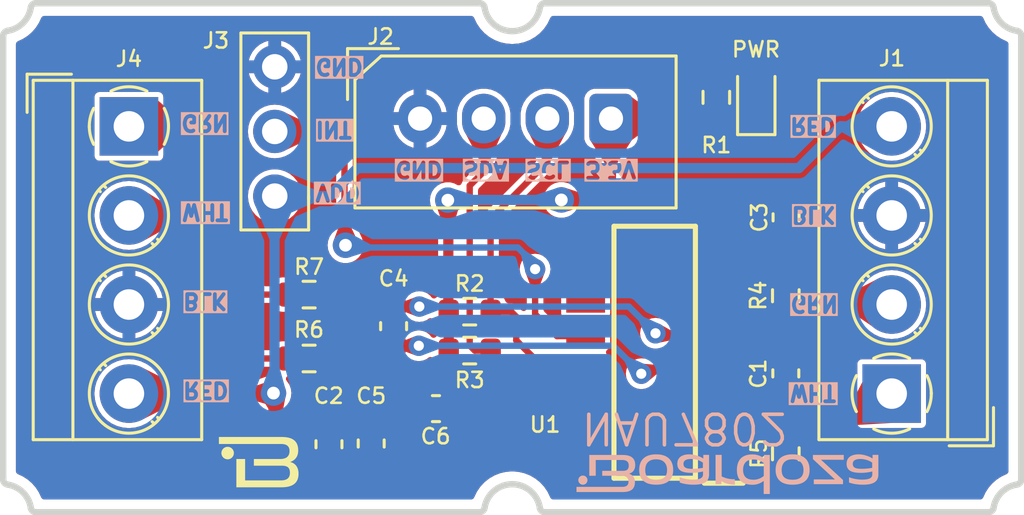
<source format=kicad_pcb>
(kicad_pcb (version 20240108) (generator "pcbnew") (generator_version "8.0")
  (layers (0 "F.Cu" signal) (31 "B.Cu" signal) (34 "B.Paste" user) (35 "F.Paste" user) (36 "B.SilkS" user "B.Silkscreen") (37 "F.SilkS" user "F.Silkscreen") (38 "B.Mask" user) (39 "F.Mask" user) (44 "Edge.Cuts" user))
  (net 0 "")
  (net 3 "GND")
  (net 4 "Net-(U1-VBG)")
  (net 5 "+3.3V")
  (net 6 "SCL")
  (net 7 "SDA")
  (net 8 "VDDA")
  (net 9 "INT")
  (net 10 "Net-(U1-VIN1P)")
  (net 11 "Net-(U1-VIN1N)")
  (net 12 "B+")
  (net 13 "B-")
  (net 14 "Net-(LED1-A)")
  (net 15 "A-")
  (net 16 "A+")
  (net 17 "Net-(U1-VIN2P)")
  (net 18 "Net-(U1-VIN2N)")
  (footprint "TerminalBlock_MetzConnect:TerminalBlock_MetzConnect_Type059_RT06304HBWC_1x04_P3.50mm_Horizontal" (layer "F.Cu") (at 163.04 67.69 -90)
    (property "Reference" "J4")
    (property "Value" "Screw_Terminal_01x04" (hide yes))
  )
  (footprint "Capacitor_SMD:C_0603_1608Metric" (layer "F.Cu") (at 175.105 78.78 180)
    (property "Reference" "C6")
    (property "Value" "100nF" (hide yes))
  )
  (footprint "Resistor_SMD:R_0603_1608Metric" (layer "F.Cu") (at 176.43 74.97)
    (property "Reference" "R2")
    (property "Value" "10K" (hide yes))
  )
  (footprint "Capacitor_SMD:C_0603_1608Metric" (layer "F.Cu") (at 170.9 80.18 -90)
    (property "Reference" "C2")
    (property "Value" "100nF" (hide yes))
  )
  (footprint "NAU7802SGI:SOIC127P600X175-16N" (layer "F.Cu") (at 183.698 76.565 180)
    (property "Reference" "U1")
    (property "Value" "NAU7802SGI" (hide yes))
  )
  (footprint "Resistor_SMD:R_0603_1608Metric" (layer "F.Cu") (at 170.12 74.3)
    (property "Reference" "R7")
    (property "Value" "47R" (hide yes))
  )
  (footprint "Capacitor_SMD:C_0603_1608Metric" (layer "F.Cu") (at 188.86 71.265 90)
    (property "Reference" "C3")
    (property "Value" "100nF" (hide yes))
  )
  (footprint "LED_SMD:LED_0603_1608Metric" (layer "F.Cu") (at 187.69 66.53 90)
    (property "Reference" "LED1" (hide yes))
    (property "Value" "RedPower" (hide yes))
  )
  (footprint "TerminalBlock_MetzConnect:TerminalBlock_MetzConnect_Type059_RT06304HBWC_1x04_P3.50mm_Horizontal" (layer "F.Cu") (at 193.01 78.19 90)
    (property "Reference" "J1")
    (property "Value" "Screw_Terminal_01x04" (hide yes))
  )
  (footprint "Resistor_SMD:R_0603_1608Metric" (layer "F.Cu") (at 186.12 66.55 -90)
    (property "Reference" "R1")
    (property "Value" "10k" (hide yes))
  )
  (footprint "Capacitor_SMD:C_0603_1608Metric" (layer "F.Cu") (at 188.85 77.395 90)
    (property "Reference" "C1")
    (property "Value" "100nF" (hide yes))
  )
  (footprint "Resistor_SMD:R_0603_1608Metric" (layer "F.Cu") (at 188.85 80.555 90)
    (property "Reference" "R5")
    (property "Value" "47R" (hide yes))
  )
  (footprint "Resistor_SMD:R_0603_1608Metric" (layer "F.Cu") (at 176.43 76.5)
    (property "Reference" "R3")
    (property "Value" "10K" (hide yes))
  )
  (footprint "Capacitor_SMD:C_0603_1608Metric" (layer "F.Cu") (at 172.56 80.15 -90)
    (property "Reference" "C5")
    (property "Value" "100nF" (hide yes))
  )
  (footprint "Connector_PinHeader_2.54mm:PinHeader_1x03_P2.54mm_Vertical" (layer "F.Cu") (at 168.77 70.43 180)
    (property "Reference" "J3")
    (property "Value" "Conn_01x03" (hide yes))
  )
  (footprint "ConnectorsBoardoza:2317-04S_1x04_P2.50mm_Vertical" (layer "F.Cu") (at 174.48 67.385)
    (property "Reference" "J2")
    (property "Value" "Conn_01x04" (hide yes))
  )
  (footprint "Resistor_SMD:R_0603_1608Metric" (layer "F.Cu") (at 188.85 74.345 -90)
    (property "Reference" "R4")
    (property "Value" "47R" (hide yes))
  )
  (footprint "Resistor_SMD:R_0603_1608Metric" (layer "F.Cu") (at 170.12 76.81)
    (property "Reference" "R6")
    (property "Value" "47R" (hide yes))
  )
  (footprint "Capacitor_SMD:C_0603_1608Metric" (layer "F.Cu") (at 173.44 75.54 90)
    (property "Reference" "C4")
    (property "Value" "100nF" (hide yes))
  )
  (gr_poly (pts (xy 191.09775 81.58425) (xy 190.232562 80.787854) (xy 191.126854 80.790501) (xy 191.126854 80.6) (xy 189.915062 80.6) (xy 189.915062 80.764042) (xy 190.777604 81.563084) (xy 189.949458 81.560438) (xy 189.949458 81.748291) (xy 191.09775 81.748291)) (fill solid) (layer "B.SilkS"))
  (gr_poly (pts (xy 186.848541 81.555146) (xy 186.80211 81.554507) (xy 186.757999 81.552644) (xy 186.716114 81.549634) (xy 186.676356 81.545554) (xy 186.638629 81.540482) (xy 186.602836 81.534496) (xy 186.56888 81.527672) (xy 186.536664 81.520088) (xy 186.506092 81.511823) (xy 186.477066 81.502953) (xy 186.44949 81.493555) (xy 186.423266 81.483708) (xy 186.398298 81.473489) (xy 186.374488 81.462976) (xy 186.351741 81.452245) (xy 186.329959 81.441375) (xy 186.329959 80.597354) (xy 186.089188 80.597354) (xy 186.089188 81.748291) (xy 186.31673 81.748291) (xy 186.319375 81.745646) (xy 186.319375 81.629229) (xy 186.344038 81.643855) (xy 186.36946 81.65793) (xy 186.395719 81.671401) (xy 186.422893 81.684213) (xy 186.45106 81.696312) (xy 186.480296 81.707643) (xy 186.510679 81.718153) (xy 186.542287 81.727786) (xy 186.575197 81.73649) (xy 186.609487 81.744209) (xy 186.645234 81.750889) (xy 186.682516 81.756477) (xy 186.72141 81.760917) (xy 186.761994 81.764156) (xy 186.804345 81.766139) (xy 186.848541 81.766812)) (fill solid) (layer "B.SilkS"))
  (gr_poly (pts (xy 188.221729 80.6) (xy 187.994189 80.6) (xy 187.994189 80.734938) (xy 187.973671 80.718796) (xy 187.95184 80.703162) (xy 187.928745 80.688109) (xy 187.904437 80.673711) (xy 187.878966 80.660042) (xy 187.852383 80.647175) (xy 187.824738 80.635185) (xy 187.796082 80.624143) (xy 187.766464 80.614125) (xy 187.735935 80.605204) (xy 187.704546 80.597453) (xy 187.672347 80.590946) (xy 187.639389 80.585757) (xy 187.605721 80.58196) (xy 187.571394 80.579627) (xy 187.536459 80.578833) (xy 187.499796 80.579453) (xy 187.464222 80.581309) (xy 187.429743 80.584399) (xy 187.396364 80.588719) (xy 187.36409 80.594266) (xy 187.332925 80.601036) (xy 187.302874 80.609025) (xy 187.273943 80.618231) (xy 187.246135 80.628651) (xy 187.219456 80.64028) (xy 187.193911 80.653115) (xy 187.169505 80.667153) (xy 187.146241 80.682391) (xy 187.124126 80.698825) (xy 187.103164 80.716452) (xy 187.08336 80.735268) (xy 187.064719 80.75527) (xy 187.047245 80.776455) (xy 187.030943 80.798819) (xy 187.015819 80.822358) (xy 187.001877 80.84707) (xy 186.989122 80.872951) (xy 186.977558 80.899998) (xy 186.967192 80.928207) (xy 186.958026 80.957575) (xy 186.950067 80.988098) (xy 186.94332 81.019774) (xy 186.937788 81.052597) (xy 186.933477 81.086567) (xy 186.930392 81.121678) (xy 186.928537 81.157928) (xy 186.928049 81.187375) (xy 187.171334 81.187375) (xy 187.17283 81.140911) (xy 187.177349 81.096828) (xy 187.180756 81.075705) (xy 187.184937 81.055209) (xy 187.189897 81.03535) (xy 187.195642 81.01614) (xy 187.202178 80.997589) (xy 187.209509 80.979707) (xy 187.217644 80.962505) (xy 187.226586 80.945995) (xy 187.236342 80.930185) (xy 187.246918 80.915088) (xy 187.258319 80.900714) (xy 187.270552 80.887073) (xy 187.283622 80.874177) (xy 187.297535 80.862035) (xy 187.312297 80.850658) (xy 187.327913 80.840058) (xy 187.34439 80.830244) (xy 187.361733 80.821228) (xy 187.379948 80.81302) (xy 187.399041 80.805631) (xy 187.419017 80.799071) (xy 187.439883 80.793352) (xy 187.461644 80.788483) (xy 187.484307 80.784475) (xy 187.507876 80.781339) (xy 187.532358 80.779086) (xy 187.557759 80.777727) (xy 187.584084 80.777271) (xy 187.612784 80.777946) (xy 187.64129 80.779938) (xy 187.669533 80.783201) (xy 187.697442 80.787689) (xy 187.724948 80.793355) (xy 187.751981 80.800153) (xy 187.778472 80.808037) (xy 187.80435 80.816959) (xy 187.829546 80.826873) (xy 187.85399 80.837733) (xy 187.877613 80.849492) (xy 187.900344 80.862103) (xy 187.922114 80.875521) (xy 187.942853 80.889698) (xy 187.962491 80.904589) (xy 187.980959 80.920146) (xy 187.983605 80.920146) (xy 187.983605 81.4255) (xy 187.962432 81.44286) (xy 187.9406 81.459213) (xy 187.918132 81.474543) (xy 187.895052 81.488834) (xy 187.871383 81.502071) (xy 187.847148 81.514238) (xy 187.822371 81.52532) (xy 187.797074 81.535302) (xy 187.771281 81.544167) (xy 187.745015 81.5519) (xy 187.7183 81.558486) (xy 187.691158 81.563909) (xy 187.663613 81.568155) (xy 187.635689 81.571206) (xy 187.607407 81.573048) (xy 187.578793 81.573666) (xy 187.532795 81.572351) (xy 187.489118 81.568354) (xy 187.468179 81.565325) (xy 187.447853 81.561597) (xy 187.428152 81.55716) (xy 187.409087 81.552003) (xy 187.390669 81.546118) (xy 187.37291 81.539495) (xy 187.35582 81.532124) (xy 187.339411 81.523995) (xy 187.323694 81.515098) (xy 187.30868 81.505425) (xy 187.29438 81.494965) (xy 187.280805 81.483708) (xy 187.267966 81.471645) (xy 187.255876 81.458766) (xy 187.244543 81.445062) (xy 187.233981 81.430523) (xy 187.224199 81.415138) (xy 187.21521 81.398899) (xy 187.207024 81.381796) (xy 187.199652 81.363819) (xy 187.193106 81.344958) (xy 187.187396 81.325204) (xy 187.182535 81.304546) (xy 187.178532 81.282976) (xy 187.175399 81.260484) (xy 187.173148 81.237059) (xy 187.171789 81.212693) (xy 187.171334 81.187375) (xy 186.928049 81.187375) (xy 186.927918 81.195312) (xy 186.928612 81.232583) (xy 186.930682 81.268501) (xy 186.934109 81.303077) (xy 186.938873 81.336322) (xy 186.944955 81.368247) (xy 186.952335 81.398864) (xy 186.960994 81.428183) (xy 186.970912 81.456216) (xy 186.982071 81.482974) (xy 186.994451 81.508468) (xy 187.008032 81.53271) (xy 187.022795 81.555709) (xy 187.038721 81.577478) (xy 187.055791 81.598028) (xy 187.073984 81.617369) (xy 187.093282 81.635513) (xy 187.113665 81.652471) (xy 187.135114 81.668255) (xy 187.157609 81.682874) (xy 187.181132 81.696341) (xy 187.205662 81.708667) (xy 187.23118 81.719863) (xy 187.257668 81.729939) (xy 187.285105 81.738907) (xy 187.313472 81.746779) (xy 187.34275 81.753565) (xy 187.403961 81.763924) (xy 187.468582 81.770074) (xy 187.536459 81.772104) (xy 187.571217 81.77134) (xy 187.605044 81.769091) (xy 187.637941 81.765424) (xy 187.669908 81.760405) (xy 187.700945 81.754098) (xy 187.731052 81.746571) (xy 187.760228 81.737888) (xy 187.788475 81.728117) (xy 187.815791 81.717323) (xy 187.842177 81.705571) (xy 187.867633 81.692927) (xy 187.892158 81.679458) (xy 187.915754 81.66523) (xy 187.938419 81.650308) (xy 187.960154 81.634758) (xy 187.980959 81.618646) (xy 187.980959 82.134583) (xy 188.221729 82.134583)) (fill solid) (layer "B.SilkS"))
  (gr_poly (pts (xy 191.878271 81.769457) (xy 191.956177 81.767933) (xy 191.992932 81.766024) (xy 192.028241 81.763344) (xy 192.062119 81.759891) (xy 192.094578 81.755662) (xy 192.125633 81.750652) (xy 192.155298 81.744859) (xy 192.183588 81.73828) (xy 192.210515 81.73091) (xy 192.236095 81.722746) (xy 192.260341 81.713786) (xy 192.283267 81.704025) (xy 192.304888 81.693461) (xy 192.325217 81.68209) (xy 192.344269 81.669908) (xy 192.362057 81.656912) (xy 192.378595 81.643098) (xy 192.393898 81.628464) (xy 192.40798 81.613007) (xy 192.420855 81.596721) (xy 192.432536 81.579605) (xy 192.443039 81.561654) (xy 192.452376 81.542866) (xy 192.460562 81.523237) (xy 192.46761 81.502763) (xy 192.473536 81.481442) (xy 192.478353 81.459269) (xy 192.482075 81.436242) (xy 192.484717 81.412356) (xy 192.486291 81.38761) (xy 192.486813 81.361998) (xy 192.486813 80.597353) (xy 192.259271 80.597353) (xy 192.259271 80.740229) (xy 192.237104 80.725742) (xy 192.21241 80.71115) (xy 192.185391 80.696598) (xy 192.156248 80.682227) (xy 192.125183 80.668182) (xy 192.092397 80.654606) (xy 192.058091 80.641642) (xy 192.022468 80.629434) (xy 191.985729 80.618126) (xy 191.948075 80.60786) (xy 191.909708 80.598779) (xy 191.870829 80.591029) (xy 191.83164 80.58475) (xy 191.792343 80.580089) (xy 191.753139 80.577186) (xy 191.714229 80.576187) (xy 191.670947 80.57715) (xy 191.627676 80.580171) (xy 191.584801 80.585448) (xy 191.542705 80.593178) (xy 191.522068 80.598025) (xy 191.501771 80.603559) (xy 191.48186 80.609806) (xy 191.462384 80.616789) (xy 191.44339 80.624534) (xy 191.424927 80.633065) (xy 191.407042 80.642407) (xy 191.389784 80.652585) (xy 191.3732 80.663624) (xy 191.357338 80.675547) (xy 191.342247 80.68838) (xy 191.327974 80.702148) (xy 191.314567 80.716875) (xy 191.302074 80.732586) (xy 191.290543 80.749306) (xy 191.280023 80.767059) (xy 191.270561 80.78587) (xy 191.262204 80.805764) (xy 191.255002 80.826766) (xy 191.249002 80.848899) (xy 191.244251 80.87219) (xy 191.240799 80.896662) (xy 191.238692 80.922341) (xy 191.238049 80.946604) (xy 191.481396 80.946604) (xy 191.481698 80.935124) (xy 191.482603 80.924001) (xy 191.484108 80.913236) (xy 191.486212 80.902829) (xy 191.488913 80.89278) (xy 191.492209 80.88309) (xy 191.496098 80.87376) (xy 191.500578 80.86479) (xy 191.505647 80.85618) (xy 191.511304 80.847931) (xy 191.517545 80.840044) (xy 191.52437 80.832518) (xy 191.531776 80.825355) (xy 191.539762 80.818554) (xy 191.548325 80.812117) (xy 191.557464 80.806044) (xy 191.57746 80.794991) (xy 191.599735 80.785399) (xy 191.624274 80.777273) (xy 191.65106 80.770615) (xy 191.680079 80.76543) (xy 191.711315 80.761721) (xy 191.744752 80.759493) (xy 191.780376 80.75875) (xy 191.81101 80.759425) (xy 191.842269 80.761422) (xy 191.873969 80.764697) (xy 191.905929 80.769209) (xy 191.937966 80.774915) (xy 191.969899 80.781772) (xy 192.001545 80.789737) (xy 192.032722 80.798768) (xy 192.063248 80.808822) (xy 192.092941 80.819857) (xy 192.121618 80.83183) (xy 192.149097 80.844698) (xy 192.175197 80.858419) (xy 192.199735 80.87295) (xy 192.222529 80.888248) (xy 192.243397 80.904271) (xy 192.243397 81.108) (xy 192.201906 81.114909) (xy 192.157035 81.121601) (xy 192.109125 81.127859) (xy 192.058519 81.133466) (xy 192.005555 81.138205) (xy 191.950577 81.141858) (xy 191.893924 81.144209) (xy 191.835938 81.145041) (xy 191.791406 81.144499) (xy 191.750057 81.142809) (xy 191.711847 81.139879) (xy 191.693905 81.13792) (xy 191.676733 81.135616) (xy 191.660324 81.132955) (xy 191.644674 81.129926) (xy 191.629776 81.126517) (xy 191.615626 81.122717) (xy 191.602218 81.118514) (xy 191.589546 81.113896) (xy 191.577607 81.108852) (xy 191.566393 81.103369) (xy 191.555901 81.097438) (xy 191.546124 81.091045) (xy 191.537057 81.084179) (xy 191.528695 81.076828) (xy 191.521033 81.068982) (xy 191.514065 81.060628) (xy 191.507786 81.051754) (xy 191.502191 81.04235) (xy 191.497273 81.032403) (xy 191.493029 81.021901) (xy 191.489452 81.010834) (xy 191.486538 80.99919) (xy 191.48428 80.986956) (xy 191.482674 80.974121) (xy 191.481715 80.960675) (xy 191.481396 80.946604) (xy 191.238049 80.946604) (xy 191.237979 80.94925) (xy 191.238702 80.976106) (xy 191.24085 81.00163) (xy 191.244391 81.025852) (xy 191.249291 81.048805) (xy 191.255519 81.070519) (xy 191.263042 81.091026) (xy 191.271827 81.110358) (xy 191.281842 81.128547) (xy 191.293055 81.145622) (xy 191.305433 81.161617) (xy 191.318944 81.176563) (xy 191.333555 81.190491) (xy 191.349234 81.203432) (xy 191.365948 81.215419) (xy 191.383664 81.226482) (xy 191.402352 81.236654) (xy 191.442508 81.254446) (xy 191.486155 81.269049) (xy 191.533036 81.280715) (xy 191.582889 81.289694) (xy 191.635454 81.29624) (xy 191.690474 81.300603) (xy 191.747687 81.303036) (xy 191.806833 81.303791) (xy 191.868902 81.302706) (xy 191.929823 81.299575) (xy 191.989194 81.294583) (xy 192.046612 81.287917) (xy 192.101673 81.279762) (xy 192.153975 81.270306) (xy 192.203114 81.259733) (xy 192.248687 81.248229) (xy 192.248687 81.351416) (xy 192.247455 81.378706) (xy 192.243664 81.404039) (xy 192.237176 81.427441) (xy 192.232877 81.438427) (xy 192.227851 81.44894) (xy 192.222081 81.458985) (xy 192.21555 81.468564) (xy 192.208239 81.477681) (xy 192.200132 81.486339) (xy 192.191211 81.494541) (xy 192.181459 81.502292) (xy 192.170858 81.509594) (xy 192.159391 81.51645) (xy 192.133788 81.528842) (xy 192.10451 81.539493) (xy 192.071419 81.548431) (xy 192.034375 81.555683) (xy 191.993238 81.561277) (xy 191.947869 81.565238) (xy 191.898128 81.567595) (xy 191.843875 81.568375) (xy 191.80916 81.567916) (xy 191.77451 81.566566) (xy 191.739992 81.564364) (xy 191.705672 81.561347) (xy 191.671615 81.557555) (xy 191.637888 81.553027) (xy 191.604556 81.547801) (xy 191.571685 81.541917) (xy 191.539341 81.535412) (xy 191.507591 81.528326) (xy 191.476499 81.520697) (xy 191.446132 81.512564) (xy 191.416556 81.503966) (xy 191.387836 81.494942) (xy 191.360038 81.485531) (xy 191.333229 81.47577) (xy 191.333229 81.682146) (xy 191.357082 81.691411) (xy 191.382911 81.700331) (xy 191.410585 81.708871) (xy 191.439972 81.716996) (xy 191.503359 81.731864) (xy 191.572016 81.744654) (xy 191.64489 81.755087) (xy 191.720927 81.762885) (xy 191.799072 81.767768) (xy 191.878271 81.769458)) (fill solid) (layer "B.SilkS"))
  (gr_poly (pts (xy 182.490902 82.056654) (xy 182.54357 82.052966) (xy 182.593207 82.046658) (xy 182.639724 82.037597) (xy 182.683032 82.025654) (xy 182.703455 82.018559) (xy 182.723042 82.010695) (xy 182.741782 82.002043) (xy 182.759664 81.992589) (xy 182.776677 81.982314) (xy 182.79281 81.971204) (xy 182.808051 81.95924) (xy 182.82239 81.946408) (xy 182.835815 81.93269) (xy 182.848316 81.91807) (xy 182.85988 81.902531) (xy 182.870497 81.886058) (xy 182.880156 81.868633) (xy 182.888845 81.850239) (xy 182.896554 81.830862) (xy 182.903272 81.810484) (xy 182.908986 81.789088) (xy 182.913686 81.766658) (xy 182.917362 81.743178) (xy 182.920001 81.718631) (xy 182.921592 81.693001) (xy 182.922125 81.666272) (xy 182.921818 81.648675) (xy 182.920906 81.631599) (xy 182.919404 81.615039) (xy 182.91733 81.598989) (xy 182.914697 81.583442) (xy 182.911521 81.568394) (xy 182.907818 81.553838) (xy 182.903604 81.539768) (xy 182.898894 81.526178) (xy 182.893703 81.513064) (xy 182.888047 81.500418) (xy 182.881942 81.488236) (xy 182.875402 81.476511) (xy 182.868444 81.465237) (xy 182.853334 81.444022) (xy 182.836735 81.424542) (xy 182.818772 81.406752) (xy 182.79957 81.390606) (xy 182.77925 81.376056) (xy 182.757939 81.363057) (xy 182.73576 81.351562) (xy 182.712836 81.341524) (xy 182.689292 81.332896) (xy 182.702095 81.329927) (xy 182.714699 81.326477) (xy 182.727089 81.322544) (xy 182.739253 81.318127) (xy 182.751176 81.313226) (xy 182.762846 81.307839) (xy 182.774248 81.301967) (xy 182.785369 81.295606) (xy 182.796195 81.288758) (xy 182.806714 81.28142) (xy 182.81691 81.273592) (xy 182.826772 81.265272) (xy 182.836284 81.256461) (xy 182.845435 81.247156) (xy 182.854209 81.237357) (xy 182.862594 81.227063) (xy 182.870576 81.216272) (xy 182.878141 81.204985) (xy 182.885276 81.1932) (xy 182.891967 81.180916) (xy 182.898201 81.168131) (xy 182.903963 81.154846) (xy 182.909242 81.141059) (xy 182.914022 81.126769) (xy 182.918291 81.111975) (xy 182.922035 81.096677) (xy 182.92524 81.080872) (xy 182.927892 81.064561) (xy 182.929979 81.047742) (xy 182.931486 81.030414) (xy 182.932401 81.012577) (xy 182.932708 80.994229) (xy 182.932198 80.968656) (xy 182.930667 80.94402) (xy 182.928122 80.920313) (xy 182.924564 80.897527) (xy 182.919999 80.875654) (xy 182.914431 80.854685) (xy 182.907862 80.834613) (xy 182.900297 80.815429) (xy 182.89174 80.797124) (xy 182.882195 80.779691) (xy 182.871665 80.763121) (xy 182.860155 80.747407) (xy 182.847668 80.732539) (xy 182.834208 80.71851) (xy 182.819779 80.705311) (xy 182.804386 80.692935) (xy 182.788031 80.681372) (xy 182.770718 80.670615) (xy 182.752453 80.660656) (xy 182.733238 80.651485) (xy 182.713077 80.643096) (xy 182.691974 80.635479) (xy 182.669933 80.628627) (xy 182.646959 80.622531) (xy 182.623054 80.617183) (xy 182.598223 80.612575) (xy 182.572469 80.608698) (xy 182.545797 80.605545) (xy 182.489712 80.601375) (xy 182.43 80.6) (xy 181.128251 80.6) (xy 181.128251 81.417563) (xy 181.382251 81.417563) (xy 181.382251 80.798438) (xy 182.416771 80.798438) (xy 182.447618 80.799218) (xy 182.476644 80.80158) (xy 182.503824 80.805554) (xy 182.529137 80.811171) (xy 182.541085 80.814606) (xy 182.552558 80.818463) (xy 182.563552 80.822746) (xy 182.574064 80.827459) (xy 182.584092 80.832607) (xy 182.593633 80.838193) (xy 182.602683 80.84422) (xy 182.61124 80.850693) (xy 182.619301 80.857616) (xy 182.626863 80.864992) (xy 182.633923 80.872826) (xy 182.640479 80.88112) (xy 182.646526 80.88988) (xy 182.652063 80.899109) (xy 182.657087 80.908811) (xy 182.661594 80.918989) (xy 182.665581 80.929648) (xy 182.669047 80.940791) (xy 182.671987 80.952423) (xy 182.674399 80.964547) (xy 182.67628 80.977167) (xy 182.677627 80.990287) (xy 182.678438 81.003911) (xy 182.678709 81.018042) (xy 182.678476 81.032136) (xy 182.677779 81.045649) (xy 182.676618 81.058591) (xy 182.674993 81.070969) (xy 182.672905 81.082794) (xy 182.670355 81.094072) (xy 182.667342 81.104814) (xy 182.663867 81.115028) (xy 182.659932 81.124723) (xy 182.655535 81.133907) (xy 182.650678 81.142589) (xy 182.645362 81.150778) (xy 182.639586 81.158483) (xy 182.633352 81.165711) (xy 182.626659 81.172473) (xy 182.619508 81.178777) (xy 182.6119 81.18463) (xy 182.603835 81.190043) (xy 182.595314 81.195024) (xy 182.586337 81.199582) (xy 182.576905 81.203724) (xy 182.567017 81.207461) (xy 182.556675 81.210801) (xy 182.54588 81.213751) (xy 182.53463 81.216323) (xy 182.522928 81.218523) (xy 182.498167 81.221844) (xy 182.471599 81.223786) (xy 182.44323 81.224418) (xy 181.63625 81.224418) (xy 181.63625 81.417563) (xy 182.395605 81.417563) (xy 182.425698 81.418346) (xy 182.454412 81.420731) (xy 182.481669 81.424766) (xy 182.507391 81.430503) (xy 182.519652 81.434025) (xy 182.531501 81.437991) (xy 182.542927 81.442408) (xy 182.55392 81.447282) (xy 182.564472 81.452619) (xy 182.574573 81.458425) (xy 182.584212 81.464708) (xy 182.593381 81.471472) (xy 182.602068 81.478724) (xy 182.610266 81.486471) (xy 182.617963 81.49472) (xy 182.625151 81.503475) (xy 182.63182 81.512744) (xy 182.637959 81.522533) (xy 182.64356 81.532847) (xy 182.648612 81.543695) (xy 182.653107 81.555081) (xy 182.657033 81.567012) (xy 182.660382 81.579494) (xy 182.663144 81.592534) (xy 182.665309 81.606138) (xy 182.666867 81.620312) (xy 182.667809 81.635063) (xy 182.668125 81.650396) (xy 182.66787 81.663551) (xy 182.667107 81.676229) (xy 182.665838 81.688435) (xy 182.664069 81.700171) (xy 182.661801 81.711442) (xy 182.659039 81.722252) (xy 182.655785 81.732605) (xy 182.652044 81.742504) (xy 182.647818 81.751954) (xy 182.643111 81.760958) (xy 182.637926 81.76952) (xy 182.632267 81.777644) (xy 182.626137 81.785334) (xy 182.61954 81.792594) (xy 182.612478 81.799428) (xy 182.604956 81.805839) (xy 182.596977 81.811832) (xy 182.588543 81.817409) (xy 182.579659 81.822576) (xy 182.570328 81.827336) (xy 182.560553 81.831693) (xy 182.550337 81.835651) (xy 182.539685 81.839214) (xy 182.528599 81.842385) (xy 182.517083 81.845168) (xy 182.50514 81.847568) (xy 182.492773 81.849588) (xy 182.479987 81.851232) (xy 182.453167 81.853407) (xy 182.424709 81.854125) (xy 180.625542 81.854125) (xy 180.625542 82.057855) (xy 182.435292 82.057855)) (fill solid) (layer "B.SilkS"))
  (gr_poly (pts (xy 185.226647 81.769457) (xy 185.304552 81.767933) (xy 185.341307 81.766024) (xy 185.376617 81.763344) (xy 185.410494 81.759891) (xy 185.442953 81.755662) (xy 185.474008 81.750652) (xy 185.503674 81.744859) (xy 185.531963 81.73828) (xy 185.55889 81.73091) (xy 185.58447 81.722746) (xy 185.608716 81.713786) (xy 185.631642 81.704025) (xy 185.653263 81.693461) (xy 185.673592 81.68209) (xy 185.692644 81.669908) (xy 185.710432 81.656912) (xy 185.726971 81.643098) (xy 185.742274 81.628464) (xy 185.756356 81.613007) (xy 185.76923 81.596721) (xy 185.780912 81.579605) (xy 185.791414 81.561654) (xy 185.800751 81.542866) (xy 185.808937 81.523237) (xy 185.815986 81.502763) (xy 185.821912 81.481442) (xy 185.826729 81.459269) (xy 185.830451 81.436242) (xy 185.833092 81.412356) (xy 185.834666 81.38761) (xy 185.835188 81.361998) (xy 185.835188 80.597353) (xy 185.607646 80.597353) (xy 185.607646 80.740229) (xy 185.58548 80.725742) (xy 185.560786 80.71115) (xy 185.533767 80.696598) (xy 185.504624 80.682227) (xy 185.473559 80.668182) (xy 185.440773 80.654606) (xy 185.406468 80.641642) (xy 185.370844 80.629434) (xy 185.334105 80.618126) (xy 185.296451 80.60786) (xy 185.258084 80.598779) (xy 185.219205 80.591029) (xy 185.180017 80.58475) (xy 185.140719 80.580089) (xy 185.101515 80.577186) (xy 185.062605 80.576187) (xy 185.019323 80.57715) (xy 184.976052 80.580171) (xy 184.933177 80.585448) (xy 184.891081 80.593178) (xy 184.870445 80.598025) (xy 184.850147 80.603559) (xy 184.830236 80.609806) (xy 184.81076 80.616789) (xy 184.791766 80.624534) (xy 184.773303 80.633065) (xy 184.755418 80.642407) (xy 184.73816 80.652585) (xy 184.721576 80.663624) (xy 184.705714 80.675547) (xy 184.690623 80.68838) (xy 184.67635 80.702148) (xy 184.662943 80.716875) (xy 184.65045 80.732586) (xy 184.638919 80.749306) (xy 184.628399 80.767059) (xy 184.618937 80.78587) (xy 184.61058 80.805764) (xy 184.603378 80.826766) (xy 184.597378 80.848899) (xy 184.592627 80.87219) (xy 184.589175 80.896662) (xy 184.587068 80.922341) (xy 184.586425 80.946604) (xy 184.829771 80.946604) (xy 184.830073 80.935124) (xy 184.830978 80.924001) (xy 184.832483 80.913236) (xy 184.834587 80.902829) (xy 184.837289 80.89278) (xy 184.840585 80.88309) (xy 184.844474 80.87376) (xy 184.848954 80.86479) (xy 184.854023 80.85618) (xy 184.859679 80.847931) (xy 184.865921 80.840044) (xy 184.872745 80.832518) (xy 184.880152 80.825355) (xy 184.888137 80.818554) (xy 184.8967 80.812117) (xy 184.905839 80.806044) (xy 184.925835 80.794991) (xy 184.94811 80.785399) (xy 184.972649 80.777273) (xy 184.999435 80.770615) (xy 185.028454 80.76543) (xy 185.05969 80.761721) (xy 185.093127 80.759493) (xy 185.12875 80.75875) (xy 185.159385 80.759425) (xy 185.190643 80.761422) (xy 185.222343 80.764697) (xy 185.254303 80.769209) (xy 185.286341 80.774915) (xy 185.318274 80.781772) (xy 185.34992 80.789737) (xy 185.381097 80.798768) (xy 185.411622 80.808822) (xy 185.441315 80.819857) (xy 185.469992 80.83183) (xy 185.497472 80.844698) (xy 185.523572 80.858419) (xy 185.54811 80.87295) (xy 185.570903 80.888248) (xy 185.591771 80.904271) (xy 185.591771 81.108) (xy 185.55028 81.114909) (xy 185.505409 81.121601) (xy 185.4575 81.127859) (xy 185.406894 81.133466) (xy 185.35393 81.138205) (xy 185.298952 81.141858) (xy 185.242299 81.144209) (xy 185.184313 81.145041) (xy 185.139781 81.144499) (xy 185.098432 81.142809) (xy 185.060222 81.139879) (xy 185.04228 81.13792) (xy 185.025108 81.135616) (xy 185.008699 81.132955) (xy 184.993049 81.129926) (xy 184.978151 81.126517) (xy 184.964001 81.122717) (xy 184.950593 81.118514) (xy 184.937922 81.113896) (xy 184.925982 81.108852) (xy 184.914769 81.103369) (xy 184.904276 81.097438) (xy 184.894499 81.091045) (xy 184.885432 81.084179) (xy 184.877071 81.076828) (xy 184.869408 81.068982) (xy 184.86244 81.060628) (xy 184.856161 81.051754) (xy 184.850566 81.04235) (xy 184.845649 81.032403) (xy 184.841404 81.021901) (xy 184.837828 81.010834) (xy 184.834913 80.99919) (xy 184.832656 80.986956) (xy 184.83105 80.974121) (xy 184.83009 80.960675) (xy 184.829771 80.946604) (xy 184.586425 80.946604) (xy 184.586355 80.94925) (xy 184.587078 80.976106) (xy 184.589226 81.00163) (xy 184.592767 81.025852) (xy 184.597667 81.048805) (xy 184.603895 81.070519) (xy 184.611417 81.091026) (xy 184.620203 81.110358) (xy 184.630218 81.128547) (xy 184.641431 81.145622) (xy 184.653809 81.161617) (xy 184.66732 81.176563) (xy 184.681931 81.190491) (xy 184.697609 81.203432) (xy 184.714323 81.215419) (xy 184.73204 81.226482) (xy 184.750727 81.236654) (xy 184.790883 81.254446) (xy 184.834531 81.269049) (xy 184.881411 81.280715) (xy 184.931264 81.289694) (xy 184.98383 81.29624) (xy 185.03885 81.300603) (xy 185.096062 81.303036) (xy 185.155209 81.303791) (xy 185.217278 81.302706) (xy 185.278199 81.299575) (xy 185.33757 81.294583) (xy 185.394988 81.287917) (xy 185.450049 81.279762) (xy 185.502351 81.270306) (xy 185.55149 81.259733) (xy 185.597063 81.248229) (xy 185.597063 81.351416) (xy 185.595831 81.378706) (xy 185.59204 81.404039) (xy 185.585552 81.427441) (xy 185.581253 81.438427) (xy 185.576227 81.44894) (xy 185.570457 81.458985) (xy 185.563926 81.468564) (xy 185.556615 81.477681) (xy 185.548508 81.486339) (xy 185.539587 81.494541) (xy 185.529835 81.502292) (xy 185.519234 81.509594) (xy 185.507766 81.51645) (xy 185.482163 81.528842) (xy 185.452886 81.539493) (xy 185.419795 81.548431) (xy 185.382751 81.555683) (xy 185.341614 81.561277) (xy 185.296244 81.565238) (xy 185.246503 81.567595) (xy 185.19225 81.568375) (xy 185.157535 81.567916) (xy 185.122885 81.566566) (xy 185.088367 81.564364) (xy 185.054047 81.561347) (xy 185.01999 81.557555) (xy 184.986263 81.553027) (xy 184.952931 81.547801) (xy 184.920061 81.541917) (xy 184.887717 81.535412) (xy 184.855966 81.528326) (xy 184.824875 81.520697) (xy 184.794507 81.512564) (xy 184.764931 81.503966) (xy 184.736211 81.494942) (xy 184.708414 81.485531) (xy 184.681605 81.47577) (xy 184.681605 81.682146) (xy 184.705457 81.691411) (xy 184.731286 81.700331) (xy 184.75896 81.708871) (xy 184.788348 81.716996) (xy 184.851734 81.731864) (xy 184.920391 81.744654) (xy 184.993265 81.755087) (xy 185.069302 81.762885) (xy 185.147447 81.767768) (xy 185.226646 81.769458)) (fill solid) (layer "B.SilkS"))
  (gr_poly (pts (xy 180.886155 81.769225) (xy 180.895292 81.76853) (xy 180.904296 81.767386) (xy 180.913156 81.765803) (xy 180.921861 81.763794) (xy 180.930398 81.76137) (xy 180.938758 81.758541) (xy 180.946928 81.75532) (xy 180.954898 81.751717) (xy 180.962656 81.747744) (xy 180.97019 81.743411) (xy 180.97749 81.738732) (xy 180.984544 81.733716) (xy 180.99134 81.728374) (xy 180.997869 81.722719) (xy 181.004117 81.716762) (xy 181.010074 81.710514) (xy 181.015729 81.703986) (xy 181.02107 81.697189) (xy 181.026087 81.690135) (xy 181.030766 81.682835) (xy 181.035098 81.675301) (xy 181.039072 81.667543) (xy 181.042675 81.659574) (xy 181.045896 81.651403) (xy 181.048725 81.643044) (xy 181.051149 81.634506) (xy 181.053158 81.625801) (xy 181.05474 81.616941) (xy 181.055885 81.607937) (xy 181.056579 81.5988) (xy 181.056813 81.589542) (xy 181.056579 81.580283) (xy 181.055885 81.571146) (xy 181.05474 81.562142) (xy 181.053158 81.553282) (xy 181.051149 81.544578) (xy 181.048725 81.53604) (xy 181.045896 81.527681) (xy 181.042675 81.51951) (xy 181.039072 81.511541) (xy 181.035098 81.503783) (xy 181.030766 81.496249) (xy 181.026087 81.488949) (xy 181.02107 81.481895) (xy 181.015729 81.475098) (xy 181.010074 81.46857) (xy 181.004117 81.462322) (xy 180.997869 81.456365) (xy 180.99134 81.45071) (xy 180.984544 81.445369) (xy 180.97749 81.440352) (xy 180.97019 81.435673) (xy 180.962656 81.43134) (xy 180.954898 81.427367) (xy 180.946928 81.423764) (xy 180.938758 81.420543) (xy 180.930398 81.417714) (xy 180.921861 81.41529) (xy 180.913156 81.413281) (xy 180.904296 81.411698) (xy 180.895292 81.410554) (xy 180.886155 81.40986) (xy 180.876897 81.409625) (xy 180.867638 81.40986) (xy 180.858501 81.410554) (xy 180.849497 81.411698) (xy 180.840637 81.413281) (xy 180.831933 81.41529) (xy 180.823395 81.417714) (xy 180.815035 81.420543) (xy 180.806865 81.423764) (xy 180.798895 81.427367) (xy 180.791138 81.43134) (xy 180.783603 81.435673) (xy 180.776303 81.440352) (xy 180.76925 81.445369) (xy 180.762453 81.45071) (xy 180.755925 81.456365) (xy 180.749676 81.462322) (xy 180.743719 81.46857) (xy 180.738064 81.475098) (xy 180.732723 81.481895) (xy 180.727707 81.488949) (xy 180.723027 81.496249) (xy 180.718695 81.503783) (xy 180.714722 81.511541) (xy 180.711119 81.51951) (xy 180.707897 81.527681) (xy 180.705069 81.53604) (xy 180.702644 81.544578) (xy 180.700635 81.553282) (xy 180.699053 81.562142) (xy 180.697909 81.571146) (xy 180.697214 81.580283) (xy 180.69698 81.589542) (xy 180.697214 81.5988) (xy 180.697909 81.607937) (xy 180.699053 81.616941) (xy 180.700635 81.625801) (xy 180.702644 81.634506) (xy 180.705069 81.643044) (xy 180.707897 81.651403) (xy 180.711119 81.659574) (xy 180.714722 81.667543) (xy 180.718695 81.675301) (xy 180.723027 81.682835) (xy 180.727707 81.690135) (xy 180.732723 81.697189) (xy 180.738064 81.703986) (xy 180.743719 81.710514) (xy 180.749676 81.716762) (xy 180.755925 81.722719) (xy 180.762453 81.728374) (xy 180.76925 81.733716) (xy 180.776303 81.738732) (xy 180.783603 81.743411) (xy 180.791138 81.747744) (xy 180.798895 81.751717) (xy 180.806865 81.75532) (xy 180.815035 81.758541) (xy 180.823395 81.76137) (xy 180.831933 81.763794) (xy 180.840637 81.765803) (xy 180.849497 81.767386) (xy 180.858501 81.76853) (xy 180.867638 81.769225) (xy 180.876897 81.769459)) (fill solid) (layer "B.SilkS"))
  (gr_poly (pts (xy 189.156816 81.768863) (xy 189.196353 81.76708) (xy 189.23463 81.764115) (xy 189.271644 81.759976) (xy 189.307392 81.754668) (xy 189.341873 81.748198) (xy 189.375083 81.740572) (xy 189.407021 81.731797) (xy 189.437683 81.721878) (xy 189.467068 81.710822) (xy 189.495173 81.698635) (xy 189.521996 81.685324) (xy 189.547533 81.670895) (xy 189.571784 81.655354) (xy 189.594745 81.638707) (xy 189.616414 81.620961) (xy 189.636788 81.602122) (xy 189.655865 81.582197) (xy 189.673643 81.561191) (xy 189.69012 81.539111) (xy 189.705292 81.515963) (xy 189.719157 81.491754) (xy 189.731714 81.46649) (xy 189.742959 81.440176) (xy 189.75289 81.412821) (xy 189.761505 81.384428) (xy 189.768801 81.355006) (xy 189.774776 81.324561) (xy 189.779427 81.293098) (xy 189.782753 81.260623) (xy 189.78475 81.227144) (xy 189.785416 81.192667) (xy 189.78475 81.155981) (xy 189.782753 81.120341) (xy 189.779427 81.085755) (xy 189.774776 81.052231) (xy 189.768801 81.019777) (xy 189.761505 80.988401) (xy 189.75289 80.958109) (xy 189.742959 80.928911) (xy 189.731714 80.900813) (xy 189.719157 80.873824) (xy 189.705292 80.847951) (xy 189.69012 80.823201) (xy 189.673644 80.799584) (xy 189.655866 80.777106) (xy 189.636788 80.755775) (xy 189.616414 80.7356) (xy 189.594745 80.716586) (xy 189.571784 80.698744) (xy 189.547534 80.68208) (xy 189.521996 80.666601) (xy 189.495174 80.652316) (xy 189.467069 80.639233) (xy 189.437684 80.627359) (xy 189.407021 80.616702) (xy 189.375084 80.60727) (xy 189.341873 80.59907) (xy 189.307393 80.592111) (xy 189.271644 80.586399) (xy 189.23463 80.581943) (xy 189.196354 80.578751) (xy 189.11602 80.576188) (xy 189.075232 80.576838) (xy 189.035717 80.57878) (xy 188.997476 80.582007) (xy 188.96051 80.586508) (xy 188.924822 80.592274) (xy 188.890412 80.599297) (xy 188.857282 80.607567) (xy 188.825433 80.617074) (xy 188.794868 80.62781) (xy 188.765586 80.639766) (xy 188.737591 80.652932) (xy 188.710882 80.667298) (xy 188.685463 80.682857) (xy 188.661333 80.699598) (xy 188.638495 80.717513) (xy 188.61695 80.736591) (xy 188.5967 80.756825) (xy 188.577745 80.778204) (xy 188.560088 80.80072) (xy 188.54373 80.824364) (xy 188.528672 80.849125) (xy 188.514916 80.874995) (xy 188.502463 80.901966) (xy 188.491314 80.930026) (xy 188.481472 80.959168) (xy 188.472938 80.989383) (xy 188.465712 81.02066) (xy 188.459797 81.05299) (xy 188.455194 81.086366) (xy 188.451904 81.120776) (xy 188.449929 81.156213) (xy 188.44927 81.192667) (xy 188.687396 81.192667) (xy 188.68783 81.167716) (xy 188.689129 81.143468) (xy 188.69129 81.11993) (xy 188.694311 81.097107) (xy 188.698188 81.075004) (xy 188.702918 81.053629) (xy 188.7085 81.032986) (xy 188.714929 81.013081) (xy 188.722204 80.99392) (xy 188.73032 80.975509) (xy 188.739275 80.957854) (xy 188.749067 80.940961) (xy 188.759691 80.924835) (xy 188.771147 80.909482) (xy 188.783429 80.894909) (xy 188.796536 80.88112) (xy 188.810465 80.868121) (xy 188.825213 80.85592) (xy 188.840776 80.84452) (xy 188.857153 80.833929) (xy 188.874339 80.824151) (xy 188.892333 80.815194) (xy 188.91113 80.807061) (xy 188.930729 80.79976) (xy 188.951127 80.793297) (xy 188.97232 80.787676) (xy 188.994305 80.782904) (xy 189.017081 80.778987) (xy 189.040643 80.77593) (xy 189.064989 80.773739) (xy 189.090115 80.77242) (xy 189.11602 80.771979) (xy 189.141925 80.77245) (xy 189.167052 80.773855) (xy 189.191398 80.776182) (xy 189.21496 80.779421) (xy 189.237735 80.783558) (xy 189.259721 80.788583) (xy 189.280914 80.794484) (xy 189.301311 80.801249) (xy 189.320911 80.808866) (xy 189.339708 80.817325) (xy 189.357702 80.826613) (xy 189.374888 80.836719) (xy 189.391265 80.847631) (xy 189.406828 80.859338) (xy 189.421576 80.871828) (xy 189.435505 80.885088) (xy 189.448612 80.899109) (xy 189.460895 80.913877) (xy 189.47235 80.929382) (xy 189.482975 80.945612) (xy 189.492766 80.962554) (xy 189.501722 80.980199) (xy 189.509838 80.998533) (xy 189.517112 81.017545) (xy 189.523542 81.037224) (xy 189.529123 81.057558) (xy 189.533854 81.078536) (xy 189.537731 81.100145) (xy 189.540752 81.122374) (xy 189.542913 81.145212) (xy 189.544212 81.168647) (xy 189.544646 81.192667) (xy 189.544227 81.216573) (xy 189.542971 81.239676) (xy 189.540878 81.261978) (xy 189.537948 81.283483) (xy 189.534181 81.304193) (xy 189.529577 81.324112) (xy 189.524135 81.343242) (xy 189.517856 81.361587) (xy 189.51074 81.379148) (xy 189.502787 81.39593) (xy 189.493997 81.411934) (xy 189.48437 81.427164) (xy 189.473905 81.441623) (xy 189.462604 81.455313) (xy 189.450465 81.468239) (xy 189.437489 81.480401) (xy 189.423676 81.491804) (xy 189.409026 81.50245) (xy 189.393538 81.512342) (xy 189.377214 81.521484) (xy 189.360052 81.529877) (xy 189.342053 81.537525) (xy 189.323217 81.544431) (xy 189.303544 81.550598) (xy 189.283033 81.556029) (xy 189.261686 81.560725) (xy 189.216479 81.56793) (xy 189.167924 81.572236) (xy 189.11602 81.573666) (xy 189.064117 81.572353) (xy 189.015562 81.568364) (xy 188.99254 81.565346) (xy 188.970355 81.561632) (xy 188.949008 81.557215) (xy 188.928497 81.552086) (xy 188.908824 81.546236) (xy 188.889988 81.539657) (xy 188.871989 81.532339) (xy 188.854828 81.524274) (xy 188.838503 81.515453) (xy 188.823016 81.505868) (xy 188.808365 81.49551) (xy 188.794552 81.48437) (xy 188.781576 81.472439) (xy 188.769438 81.459708) (xy 188.758136 81.44617) (xy 188.747672 81.431815) (xy 188.738044 81.416634) (xy 188.729254 81.400619) (xy 188.721301 81.383761) (xy 188.714185 81.366051) (xy 188.707907 81.347481) (xy 188.702465 81.328042) (xy 188.697861 81.307725) (xy 188.694094 81.286521) (xy 188.691163 81.264423) (xy 188.689071 81.24142) (xy 188.687815 81.217504) (xy 188.687396 81.192667) (xy 188.44927 81.192667) (xy 188.449937 81.226912) (xy 188.451933 81.260187) (xy 188.455257 81.292486) (xy 188.459905 81.323801) (xy 188.465876 81.354123) (xy 188.473164 81.383446) (xy 188.481769 81.41176) (xy 188.491687 81.43906) (xy 188.502914 81.465336) (xy 188.515449 81.490581) (xy 188.529287 81.514788) (xy 188.544427 81.537948) (xy 188.560866 81.560054) (xy 188.5786 81.581098) (xy 188.597626 81.601072) (xy 188.617942 81.619969) (xy 188.639545 81.63778) (xy 188.662432 81.654499) (xy 188.6866 81.670117) (xy 188.712045 81.684626) (xy 188.738766 81.698019) (xy 188.766759 81.710289) (xy 188.796021 81.721426) (xy 188.82655 81.731424) (xy 188.858342 81.740275) (xy 188.891395 81.747971) (xy 188.925705 81.754504) (xy 188.96127 81.759867) (xy 189.036153 81.76705) (xy 189.11602 81.769458) (xy 189.11602 81.769459)) (fill solid) (layer "B.SilkS"))
  (gr_poly (pts (xy 183.796359 81.768863) (xy 183.835896 81.76708) (xy 183.874173 81.764115) (xy 183.911187 81.759976) (xy 183.946935 81.754668) (xy 183.981416 81.748198) (xy 184.014626 81.740572) (xy 184.046563 81.731797) (xy 184.077226 81.721878) (xy 184.106611 81.710822) (xy 184.134716 81.698635) (xy 184.161538 81.685324) (xy 184.187076 81.670895) (xy 184.211327 81.655354) (xy 184.234288 81.638707) (xy 184.255956 81.620961) (xy 184.276331 81.602122) (xy 184.295408 81.582197) (xy 184.313186 81.561191) (xy 184.329662 81.539111) (xy 184.344835 81.515963) (xy 184.3587 81.491754) (xy 184.371257 81.46649) (xy 184.382502 81.440176) (xy 184.392433 81.412821) (xy 184.401048 81.384428) (xy 184.408344 81.355006) (xy 184.414319 81.324561) (xy 184.41897 81.293098) (xy 184.422296 81.260623) (xy 184.424293 81.227144) (xy 184.424959 81.192667) (xy 184.424293 81.155981) (xy 184.422296 81.120341) (xy 184.41897 81.085755) (xy 184.414319 81.052231) (xy 184.408344 81.019777) (xy 184.401048 80.988401) (xy 184.392433 80.958109) (xy 184.382502 80.928911) (xy 184.371257 80.900813) (xy 184.3587 80.873824) (xy 184.344835 80.847951) (xy 184.329662 80.823201) (xy 184.313186 80.799584) (xy 184.295408 80.777106) (xy 184.276331 80.755775) (xy 184.255956 80.7356) (xy 184.234288 80.716586) (xy 184.211327 80.698744) (xy 184.187076 80.68208) (xy 184.161538 80.666601) (xy 184.134716 80.652316) (xy 184.106611 80.639233) (xy 184.077226 80.627359) (xy 184.046563 80.616702) (xy 184.014626 80.60727) (xy 183.981416 80.59907) (xy 183.946935 80.592111) (xy 183.911187 80.586399) (xy 183.874173 80.581943) (xy 183.835896 80.578751) (xy 183.755563 80.576188) (xy 183.714775 80.576838) (xy 183.67526 80.57878) (xy 183.637019 80.582007) (xy 183.600053 80.586508) (xy 183.564365 80.592274) (xy 183.529955 80.599297) (xy 183.496825 80.607567) (xy 183.464976 80.617074) (xy 183.43441 80.62781) (xy 183.405129 80.639766) (xy 183.377133 80.652932) (xy 183.350425 80.667298) (xy 183.325005 80.682857) (xy 183.300876 80.699598) (xy 183.278038 80.717513) (xy 183.256493 80.736591) (xy 183.236242 80.756825) (xy 183.217288 80.778204) (xy 183.199631 80.80072) (xy 183.183272 80.824364) (xy 183.168214 80.849125) (xy 183.154458 80.874995) (xy 183.142005 80.901966) (xy 183.130857 80.930026) (xy 183.121015 80.959168) (xy 183.11248 80.989383) (xy 183.105255 81.02066) (xy 183.09934 81.05299) (xy 183.094736 81.086366) (xy 183.091447 81.120776) (xy 183.089472 81.156213) (xy 183.088813 81.192667) (xy 183.326938 81.192667) (xy 183.327371 81.167716) (xy 183.32867 81.143468) (xy 183.330832 81.11993) (xy 183.333852 81.097107) (xy 183.337729 81.075004) (xy 183.34246 81.053629) (xy 183.348042 81.032986) (xy 183.354471 81.013081) (xy 183.361745 80.99392) (xy 183.369862 80.975509) (xy 183.378817 80.957854) (xy 183.388609 80.940961) (xy 183.399234 80.924835) (xy 183.410689 80.909482) (xy 183.422971 80.894909) (xy 183.436079 80.88112) (xy 183.450008 80.868121) (xy 183.464755 80.85592) (xy 183.480319 80.84452) (xy 183.496695 80.833929) (xy 183.513882 80.824151) (xy 183.531875 80.815194) (xy 183.550673 80.807061) (xy 183.570272 80.79976) (xy 183.59067 80.793297) (xy 183.611863 80.787676) (xy 183.633848 80.782904) (xy 183.656623 80.778987) (xy 183.680185 80.77593) (xy 183.704531 80.773739) (xy 183.729658 80.77242) (xy 183.755563 80.771979) (xy 183.781468 80.77245) (xy 183.806595 80.773855) (xy 183.830941 80.776182) (xy 183.854503 80.779421) (xy 183.877278 80.783558) (xy 183.899264 80.788583) (xy 183.920457 80.794484) (xy 183.940854 80.801249) (xy 183.960453 80.808866) (xy 183.979251 80.817325) (xy 183.997245 80.826613) (xy 184.014431 80.836719) (xy 184.030808 80.847631) (xy 184.046371 80.859338) (xy 184.061119 80.871828) (xy 184.075048 80.885088) (xy 184.088155 80.899109) (xy 184.100438 80.913877) (xy 184.111893 80.929382) (xy 184.122518 80.945612) (xy 184.132309 80.962554) (xy 184.141265 80.980199) (xy 184.149381 80.998533) (xy 184.156655 81.017545) (xy 184.163085 81.037224) (xy 184.168666 81.057558) (xy 184.173397 81.078536) (xy 184.177274 81.100145) (xy 184.180295 81.122374) (xy 184.182456 81.145212) (xy 184.183755 81.168647) (xy 184.184189 81.192667) (xy 184.18377 81.216573) (xy 184.182514 81.239676) (xy 184.180421 81.261978) (xy 184.177491 81.283483) (xy 184.173724 81.304193) (xy 184.16912 81.324112) (xy 184.163678 81.343242) (xy 184.157399 81.361587) (xy 184.150284 81.379148) (xy 184.142331 81.39593) (xy 184.13354 81.411934) (xy 184.123913 81.427164) (xy 184.113448 81.441623) (xy 184.102147 81.455313) (xy 184.090008 81.468239) (xy 184.077032 81.480401) (xy 184.063219 81.491804) (xy 184.048569 81.50245) (xy 184.033081 81.512342) (xy 184.016756 81.521484) (xy 183.999595 81.529877) (xy 183.981596 81.537525) (xy 183.96276 81.544431) (xy 183.943086 81.550598) (xy 183.922576 81.556029) (xy 183.901229 81.560725) (xy 183.856022 81.56793) (xy 183.807467 81.572236) (xy 183.755563 81.573666) (xy 183.703659 81.572353) (xy 183.655104 81.568364) (xy 183.632082 81.565346) (xy 183.609897 81.561632) (xy 183.58855 81.557215) (xy 183.56804 81.552086) (xy 183.548366 81.546236) (xy 183.52953 81.539657) (xy 183.511531 81.532339) (xy 183.49437 81.524274) (xy 183.478045 81.515453) (xy 183.462558 81.505868) (xy 183.447907 81.49551) (xy 183.434094 81.48437) (xy 183.421118 81.472439) (xy 183.408979 81.459708) (xy 183.397678 81.44617) (xy 183.387213 81.431815) (xy 183.377586 81.416634) (xy 183.368796 81.400619) (xy 183.360843 81.383761) (xy 183.353727 81.366051) (xy 183.347448 81.347481) (xy 183.342007 81.328042) (xy 183.337402 81.307725) (xy 183.333635 81.286521) (xy 183.330705 81.264423) (xy 183.328612 81.24142) (xy 183.327356 81.217504) (xy 183.326938 81.192667) (xy 183.088813 81.192667) (xy 183.089479 81.226912) (xy 183.091476 81.260187) (xy 183.0948 81.292486) (xy 183.099448 81.323801) (xy 183.105418 81.354123) (xy 183.112707 81.383446) (xy 183.121312 81.41176) (xy 183.131229 81.43906) (xy 183.142457 81.465336) (xy 183.154991 81.490581) (xy 183.16883 81.514788) (xy 183.18397 81.537948) (xy 183.200409 81.560054) (xy 183.218142 81.581098) (xy 183.237169 81.601072) (xy 183.257485 81.619969) (xy 183.279088 81.63778) (xy 183.301975 81.654499) (xy 183.326142 81.670117) (xy 183.351588 81.684626) (xy 183.378309 81.698019) (xy 183.406302 81.710289) (xy 183.435564 81.721426) (xy 183.466092 81.731424) (xy 183.497885 81.740275) (xy 183.530937 81.747971) (xy 183.565248 81.754504) (xy 183.600813 81.759867) (xy 183.675696 81.76705) (xy 183.755563 81.769458) (xy 183.755563 81.769459)) (fill solid) (layer "B.SilkS"))
  (gr_poly (pts (xy 166.931818 80.280894) (xy 166.944288 80.281842) (xy 166.956575 80.283404) (xy 166.968667 80.285563) (xy 166.980546 80.288305) (xy 166.992197 80.291613) (xy 167.003606 80.295473) (xy 167.014756 80.29987) (xy 167.025632 80.304787) (xy 167.036219 80.310209) (xy 167.046501 80.316121) (xy 167.056463 80.322508) (xy 167.06609 80.329353) (xy 167.075365 80.336642) (xy 167.084274 80.34436) (xy 167.092801 80.352489) (xy 167.100931 80.361017) (xy 167.108649 80.369926) (xy 167.115938 80.379201) (xy 167.122783 80.388828) (xy 167.12917 80.39879) (xy 167.135082 80.409072) (xy 167.140504 80.419659) (xy 167.145421 80.430535) (xy 167.149818 80.441685) (xy 167.153678 80.453094) (xy 167.156986 80.464745) (xy 167.159728 80.476624) (xy 167.161887 80.488716) (xy 167.163449 80.501003) (xy 167.164397 80.513473) (xy 167.164716 80.526108) (xy 167.164397 80.538743) (xy 167.163449 80.551212) (xy 167.161887 80.5635) (xy 167.159728 80.575591) (xy 167.156986 80.58747) (xy 167.153678 80.599122) (xy 167.149818 80.61053) (xy 167.145421 80.62168) (xy 167.140504 80.632557) (xy 167.135082 80.643144) (xy 167.12917 80.653426) (xy 167.122783 80.663388) (xy 167.115938 80.673014) (xy 167.108649 80.68229) (xy 167.100931 80.691199) (xy 167.092801 80.699726) (xy 167.084274 80.707856) (xy 167.075365 80.715573) (xy 167.06609 80.722862) (xy 167.056463 80.729708) (xy 167.046501 80.736094) (xy 167.036219 80.742007) (xy 167.025632 80.747429) (xy 167.014756 80.752346) (xy 167.003606 80.756742) (xy 166.992197 80.760602) (xy 166.980546 80.763911) (xy 166.968667 80.766653) (xy 166.956575 80.768812) (xy 166.944288 80.770373) (xy 166.931818 80.771322) (xy 166.919183 80.771641) (xy 166.906548 80.771322) (xy 166.894079 80.770373) (xy 166.881791 80.768812) (xy 166.8697 80.766653) (xy 166.857821 80.763911) (xy 166.846169 80.760602) (xy 166.834761 80.756742) (xy 166.823611 80.752346) (xy 166.812734 80.747429) (xy 166.802147 80.742007) (xy 166.791865 80.736094) (xy 166.781903 80.729708) (xy 166.772277 80.722862) (xy 166.763001 80.715573) (xy 166.754092 80.707856) (xy 166.745565 80.699726) (xy 166.737435 80.691199) (xy 166.729718 80.68229) (xy 166.722429 80.673014) (xy 166.715583 80.663388) (xy 166.709197 80.653426) (xy 166.703284 80.643144) (xy 166.697862 80.632557) (xy 166.692945 80.62168) (xy 166.688549 80.61053) (xy 166.684689 80.599122) (xy 166.68138 80.58747) (xy 166.678638 80.575591) (xy 166.676479 80.5635) (xy 166.674918 80.551212) (xy 166.673969 80.538743) (xy 166.67365 80.526108) (xy 166.673969 80.513473) (xy 166.674918 80.501003) (xy 166.676479 80.488716) (xy 166.678638 80.476624) (xy 166.68138 80.464745) (xy 166.684689 80.453094) (xy 166.688549 80.441685) (xy 166.692945 80.430535) (xy 166.697862 80.419659) (xy 166.703284 80.409072) (xy 166.709197 80.39879) (xy 166.715583 80.388828) (xy 166.722429 80.379201) (xy 166.729718 80.369926) (xy 166.737435 80.361017) (xy 166.745565 80.352489) (xy 166.754092 80.34436) (xy 166.763001 80.336642) (xy 166.772277 80.329353) (xy 166.781903 80.322508) (xy 166.791865 80.316121) (xy 166.802147 80.310209) (xy 166.812734 80.304787) (xy 166.823611 80.29987) (xy 166.834761 80.295473) (xy 166.846169 80.291613) (xy 166.857821 80.288305) (xy 166.8697 80.285563) (xy 166.881791 80.283404) (xy 166.894079 80.281842) (xy 166.906548 80.280894) (xy 166.919183 80.280574)) (fill solid) (layer "F.SilkS"))
  (gr_poly (pts (xy 169.107227 79.894843) (xy 169.178801 79.899819) (xy 169.246224 79.908335) (xy 169.309379 79.920576) (xy 169.36815 79.936723) (xy 169.395855 79.946319) (xy 169.42242 79.95696) (xy 169.447831 79.96867) (xy 169.472074 79.98147) (xy 169.495133 79.995384) (xy 169.516994 80.010435) (xy 169.537643 80.026646) (xy 169.557066 80.044039) (xy 169.575246 80.062637) (xy 169.592171 80.082464) (xy 169.607826 80.103541) (xy 169.622195 80.125893) (xy 169.635265 80.149542) (xy 169.64702 80.17451) (xy 169.657448 80.200821) (xy 169.666532 80.228497) (xy 169.674258 80.257561) (xy 169.680612 80.288037) (xy 169.68558 80.319946) (xy 169.689146 80.353313) (xy 169.691296 80.388159) (xy 169.692016 80.424508) (xy 169.691601 80.448272) (xy 169.690369 80.471348) (xy 169.688341 80.493744) (xy 169.685536 80.515465) (xy 169.681976 80.536518) (xy 169.67768 80.556911) (xy 169.672669 80.576651) (xy 169.666963 80.595743) (xy 169.660584 80.614195) (xy 169.65355 80.632013) (xy 169.645882 80.649205) (xy 169.637601 80.665777) (xy 169.628727 80.681736) (xy 169.61928 80.697088) (xy 169.598751 80.726001) (xy 169.576174 80.752569) (xy 169.551715 80.776848) (xy 169.525534 80.798892) (xy 169.497796 80.818754) (xy 169.468662 80.836489) (xy 169.438295 80.852151) (xy 169.406859 80.865795) (xy 169.374516 80.877475) (xy 169.391945 80.881472) (xy 169.409095 80.886121) (xy 169.425948 80.891424) (xy 169.442487 80.897383) (xy 169.458694 80.903997) (xy 169.47455 80.91127) (xy 169.490037 80.919202) (xy 169.505138 80.927795) (xy 169.519834 80.93705) (xy 169.534107 80.946968) (xy 169.54794 80.957551) (xy 169.561314 80.968799) (xy 169.574211 80.980716) (xy 169.586614 80.9933) (xy 169.598504 81.006556) (xy 169.609863 81.020482) (xy 169.620673 81.035081) (xy 169.630917 81.050355) (xy 169.640575 81.066304) (xy 169.649631 81.08293) (xy 169.658066 81.100234) (xy 169.665862 81.118218) (xy 169.673001 81.136883) (xy 169.679465 81.15623) (xy 169.685236 81.176261) (xy 169.690296 81.196976) (xy 169.694627 81.218379) (xy 169.698211 81.240469) (xy 169.70103 81.263248) (xy 169.703066 81.286717) (xy 169.7043 81.310879) (xy 169.704716 81.335733) (xy 169.704022 81.370418) (xy 169.701945 81.403836) (xy 169.69849 81.435999) (xy 169.693661 81.466917) (xy 169.687466 81.496601) (xy 169.679908 81.525061) (xy 169.670994 81.552309) (xy 169.660729 81.578356) (xy 169.649118 81.603212) (xy 169.636167 81.626889) (xy 169.621881 81.649396) (xy 169.606266 81.670745) (xy 169.589327 81.690947) (xy 169.571069 81.710013) (xy 169.551499 81.727954) (xy 169.53062 81.744779) (xy 169.50844 81.760501) (xy 169.484962 81.77513) (xy 169.460193 81.788676) (xy 169.434138 81.801152) (xy 169.406803 81.812567) (xy 169.378192 81.822932) (xy 169.348312 81.832259) (xy 169.317168 81.840558) (xy 169.284764 81.84784) (xy 169.251108 81.854116) (xy 169.216203 81.859397) (xy 169.180056 81.863693) (xy 169.104055 81.869375) (xy 169.023149 81.87125) (xy 167.261025 81.87125) (xy 167.262083 81.871249) (xy 167.262083 80.76) (xy 167.606041 80.76) (xy 167.606041 81.600316) (xy 169.009392 81.600316) (xy 169.051592 81.599266) (xy 169.091262 81.596085) (xy 169.128373 81.590723) (xy 169.162899 81.583135) (xy 169.179186 81.57849) (xy 169.194816 81.57327) (xy 169.209786 81.567469) (xy 169.224095 81.561081) (xy 169.237737 81.5541) (xy 169.25071 81.546521) (xy 169.263011 81.538336) (xy 169.274636 81.52954) (xy 169.285582 81.520127) (xy 169.295846 81.510091) (xy 169.305424 81.499426) (xy 169.314313 81.488127) (xy 169.32251 81.476186) (xy 169.330012 81.463598) (xy 169.336815 81.450356) (xy 169.342915 81.436456) (xy 169.348311 81.421891) (xy 169.352997 81.406655) (xy 169.356972 81.390741) (xy 169.360231 81.374145) (xy 169.362772 81.356859) (xy 169.364591 81.338879) (xy 169.365685 81.320197) (xy 169.36605 81.300808) (xy 169.365737 81.28148) (xy 169.364798 81.262975) (xy 169.363232 81.24528) (xy 169.361041 81.22838) (xy 169.358225 81.212263) (xy 169.354783 81.196914) (xy 169.350716 81.18232) (xy 169.346024 81.168467) (xy 169.340708 81.15534) (xy 169.334766 81.142928) (xy 169.328201 81.131214) (xy 169.321011 81.120187) (xy 169.313197 81.109831) (xy 169.304759 81.100134) (xy 169.295698 81.091081) (xy 169.286013 81.082659) (xy 169.275706 81.074854) (xy 169.264775 81.067652) (xy 169.253221 81.06104) (xy 169.241045 81.055004) (xy 169.228246 81.049529) (xy 169.214825 81.044603) (xy 169.200782 81.040211) (xy 169.186117 81.03634) (xy 169.17083 81.032976) (xy 169.154922 81.030105) (xy 169.121242 81.025788) (xy 169.085079 81.023278) (xy 169.046433 81.022466) (xy 167.95 81.022466) (xy 167.95 80.76) (xy 168.980816 80.76) (xy 169.021764 80.758923) (xy 169.060801 80.755653) (xy 169.097825 80.750128) (xy 169.132737 80.742289) (xy 169.149368 80.737483) (xy 169.165434 80.732075) (xy 169.180921 80.726058) (xy 169.195817 80.719425) (xy 169.210109 80.712168) (xy 169.223785 80.70428) (xy 169.236831 80.695752) (xy 169.249236 80.686578) (xy 169.260987 80.676749) (xy 169.272071 80.666259) (xy 169.282475 80.655099) (xy 169.292187 80.643262) (xy 169.301195 80.630741) (xy 169.309486 80.617528) (xy 169.317047 80.603616) (xy 169.323865 80.588996) (xy 169.329929 80.573662) (xy 169.335224 80.557605) (xy 169.33974 80.540818) (xy 169.343463 80.523295) (xy 169.34638 80.505026) (xy 169.34848 80.486005) (xy 169.349749 80.466223) (xy 169.350175 80.445675) (xy 169.349831 80.427935) (xy 169.348803 80.41083) (xy 169.347095 80.394355) (xy 169.344711 80.378504) (xy 169.341655 80.363273) (xy 169.337931 80.348657) (xy 169.333543 80.334653) (xy 169.328495 80.321254) (xy 169.322792 80.308457) (xy 169.316436 80.296257) (xy 169.309433 80.28465) (xy 169.301787 80.273629) (xy 169.293501 80.263192) (xy 169.284579 80.253333) (xy 169.275027 80.244047) (xy 169.264847 80.235331) (xy 169.254043 80.227179) (xy 169.242621 80.219586) (xy 169.230583 80.212549) (xy 169.217935 80.206061) (xy 169.204679 80.20012) (xy 169.190821 80.194719) (xy 169.176364 80.189855) (xy 169.161312 80.185523) (xy 169.145669 80.181718) (xy 169.12944 80.178435) (xy 169.112628 80.17567) (xy 169.095238 80.173418) (xy 169.058739 80.170436) (xy 169.019975 80.16945) (xy 166.575225 80.16945) (xy 166.575225 79.893225) (xy 169.031617 79.893225)) (fill solid) (layer "F.SilkS"))
  (gr_line (start 179.384508 82.849961) (end 196.815462 82.849961) (stroke (width 0.25)) (layer "Edge.Cuts"))
  (gr_arc (start 177.013081 82.68073) (mid 176.945518 82.801834) (end 176.815462 82.849961) (stroke (width 0.25)) (layer "Edge.Cuts"))
  (gr_arc (start 159.384508 82.849961) (mid 159.254422 82.801869) (end 159.18689 82.68073) (stroke (width 0.25)) (layer "Edge.Cuts"))
  (gr_arc (start 159.18689 63.019192) (mid 158.877816 63.627791) (end 158.269216 63.936865) (stroke (width 0.25)) (layer "Edge.Cuts"))
  (gr_arc (start 197.013081 82.68073) (mid 197.32218 82.072156) (end 197.930754 81.763057) (stroke (width 0.25)) (layer "Edge.Cuts"))
  (gr_line (start 196.815462 62.849961) (end 179.384508 62.849961) (stroke (width 0.25)) (layer "Edge.Cuts"))
  (gr_arc (start 179.384508 82.849961) (mid 179.254422 82.801869) (end 179.18689 82.68073) (stroke (width 0.25)) (layer "Edge.Cuts"))
  (gr_arc (start 179.18689 63.019192) (mid 178.099986 63.949961) (end 177.013081 63.019192) (stroke (width 0.25)) (layer "Edge.Cuts"))
  (gr_line (start 159.384508 82.849961) (end 176.815462 82.849961) (stroke (width 0.25)) (layer "Edge.Cuts"))
  (gr_arc (start 197.930754 63.936865) (mid 197.322162 63.627784) (end 197.013081 63.019192) (stroke (width 0.25)) (layer "Edge.Cuts"))
  (gr_arc (start 179.18689 63.019192) (mid 179.254437 62.898071) (end 179.384508 62.849961) (stroke (width 0.25)) (layer "Edge.Cuts"))
  (gr_line (start 176.815462 62.849961) (end 159.384508 62.849961) (stroke (width 0.25)) (layer "Edge.Cuts"))
  (gr_arc (start 177.013081 82.68073) (mid 178.099985 81.74996) (end 179.18689 82.68073) (stroke (width 0.25)) (layer "Edge.Cuts"))
  (gr_arc (start 197.930754 63.936865) (mid 198.051907 64.004386) (end 198.099985 64.134484) (stroke (width 0.25)) (layer "Edge.Cuts"))
  (gr_line (start 198.099985 81.565438) (end 198.099985 64.134484) (stroke (width 0.25)) (layer "Edge.Cuts"))
  (gr_line (start 158.099985 64.134484) (end 158.099985 81.565438) (stroke (width 0.25)) (layer "Edge.Cuts"))
  (gr_arc (start 158.269216 81.763057) (mid 158.148117 81.69549) (end 158.099985 81.565438) (stroke (width 0.25)) (layer "Edge.Cuts"))
  (gr_arc (start 159.18689 63.019192) (mid 159.254437 62.898071) (end 159.384508 62.849961) (stroke (width 0.25)) (layer "Edge.Cuts"))
  (gr_arc (start 196.815462 62.849961) (mid 196.945557 62.898043) (end 197.013081 63.019192) (stroke (width 0.25)) (layer "Edge.Cuts"))
  (gr_arc (start 158.269216 81.763057) (mid 158.877796 82.07215) (end 159.18689 82.68073) (stroke (width 0.25)) (layer "Edge.Cuts"))
  (gr_arc (start 198.099985 81.565438) (mid 198.051906 81.695535) (end 197.930754 81.763057) (stroke (width 0.25)) (layer "Edge.Cuts"))
  (gr_arc (start 158.099985 64.134484) (mid 158.148079 64.0044) (end 158.269216 63.936865) (stroke (width 0.25)) (layer "Edge.Cuts"))
  (gr_arc (start 176.815462 62.849961) (mid 176.945557 62.898043) (end 177.013081 63.019192) (stroke (width 0.25)) (layer "Edge.Cuts"))
  (gr_arc (start 197.013081 82.68073) (mid 196.945541 82.80186) (end 196.815462 82.849961) (stroke (width 0.25)) (layer "Edge.Cuts"))
  (gr_text "BLK" (at 189 70.81 180) (layer "B.SilkS" knockout) (effects (font (size 0.6 0.6) (thickness 0.15) (bold yes)) (justify left bottom mirror)))
  (gr_text "GRN" (at 165.018571 67.2 180) (layer "B.SilkS" knockout) (effects (font (size 0.6 0.6) (thickness 0.15) (bold yes)) (justify left bottom mirror)))
  (gr_text "GRN" (at 188.957143 74.31 180) (layer "B.SilkS" knockout) (effects (font (size 0.6 0.6) (thickness 0.15) (bold yes)) (justify left bottom mirror)))
  (gr_text "VDD" (at 170.3 69.93 180) (layer "B.SilkS" knockout) (effects (font (size 0.6 0.6) (thickness 0.15) (bold yes)) (justify left bottom mirror)))
  (gr_text "SDA" (at 176.097143 69.029999 180) (layer "B.SilkS" knockout) (effects (font (size 0.6 0.6) (thickness 0.15) (bold yes)) (justify left bottom mirror)))
  (gr_text "RED" (at 165.091428 77.7 180) (layer "B.SilkS" knockout) (effects (font (size 0.6 0.6) (thickness 0.15) (bold yes)) (justify left bottom mirror)))
  (gr_text "INT\n" (at 170.3 67.46 180) (layer "B.SilkS" knockout) (effects (font (size 0.6 0.6) (thickness 0.15) (bold yes)) (justify left bottom mirror)))
  (gr_text "GND\n" (at 173.424287 69.029999 180) (layer "B.SilkS" knockout) (effects (font (size 0.6 0.6) (thickness 0.15) (bold yes)) (justify left bottom mirror)))
  (gr_text "WHT\n" (at 188.928572 77.809999 180) (layer "B.SilkS" knockout) (effects (font (size 0.6 0.6) (thickness 0.15) (bold yes)) (justify left bottom mirror)))
  (gr_text "WHT\n" (at 165.047143 70.7 180) (layer "B.SilkS" knockout) (effects (font (size 0.6 0.6) (thickness 0.15) (bold yes)) (justify left bottom mirror)))
  (gr_text "NAU7802\n" (at 180.731468 78.84745 180) (layer "B.SilkS") (effects (font (size 1.2 1.2) (thickness 0.14)) (justify left bottom mirror)))
  (gr_text "SCL" (at 178.555715 69.029999 180) (layer "B.SilkS" knockout) (effects (font (size 0.6 0.6) (thickness 0.15) (bold yes)) (justify left bottom mirror)))
  (gr_text "BLK" (at 165.09 74.2 180) (layer "B.SilkS" knockout) (effects (font (size 0.6 0.6) (thickness 0.15) (bold yes)) (justify left bottom mirror)))
  (gr_text "GND\n" (at 170.29 64.99 180) (layer "B.SilkS" knockout) (effects (font (size 0.6 0.6) (thickness 0.15) (bold yes)) (justify left bottom mirror)))
  (gr_text "3.3V\n" (at 180.9 69.03 180) (layer "B.SilkS" knockout) (effects (font (size 0.6 0.6) (thickness 0.15) (bold yes)) (justify left bottom mirror)))
  (gr_text "RED" (at 188.941429 67.309999 180) (layer "B.SilkS" knockout) (effects (font (size 0.6 0.6) (thickness 0.15) (bold yes)) (justify left bottom mirror)))
  (gr_text "PWR" (at 186.67 65.02 0) (layer "F.SilkS") (effects (font (size 0.6 0.6) (thickness 0.1) (bold yes)) (justify left bottom)))
  (segment (start 188.85 72.03) (end 188.86 72.04) (width 0.25) (layer "F.Cu") (net 4))
  (segment (start 187.69 72.39) (end 188.05 72.03) (width 0.25) (layer "F.Cu") (net 4))
  (segment (start 186.467 74.66) (end 187.61 74.66) (width 0.25) (layer "F.Cu") (net 4))
  (segment (start 187.61 74.66) (end 187.69 74.58) (width 0.25) (layer "F.Cu") (net 4))
  (segment (start 187.69 74.58) (end 187.69 72.39) (width 0.25) (layer "F.Cu") (net 4))
  (segment (start 188.05 72.03) (end 188.85 72.03) (width 0.25) (layer "F.Cu") (net 4))
  (segment (start 175.605 76.5) (end 175.605 78.505) (width 0.4) (layer "F.Cu") (net 5))
  (segment (start 186.12 67.375) (end 186.11 67.385) (width 0.4) (layer "F.Cu") (net 5))
  (segment (start 175.57 70.59) (end 175.59 70.61) (width 0.4) (layer "F.Cu") (net 5))
  (segment (start 175.605 78.505) (end 175.88 78.78) (width 0.4) (layer "F.Cu") (net 5))
  (segment (start 181.57 70.58) (end 181.98 70.17) (width 0.4) (layer "F.Cu") (net 5))
  (segment (start 186.11 67.385) (end 181.98 67.385) (width 0.4) (layer "F.Cu") (net 5))
  (segment (start 181.98 70.17) (end 181.98 67.385) (width 0.4) (layer "F.Cu") (net 5))
  (segment (start 175.59 70.61) (end 175.59 74.955) (width 0.4) (layer "F.Cu") (net 5))
  (segment (start 179.04 79.37) (end 179.41 79.74) (width 0.4) (layer "F.Cu") (net 5))
  (segment (start 177.31 79.37) (end 179.04 79.37) (width 0.4) (layer "F.Cu") (net 5))
  (segment (start 180.03 70.58) (end 181.57 70.58) (width 0.4) (layer "F.Cu") (net 5))
  (segment (start 175.88 78.78) (end 176.72 78.78) (width 0.4) (layer "F.Cu") (net 5))
  (segment (start 179.41 79.74) (end 180.986 79.74) (width 0.4) (layer "F.Cu") (net 5))
  (segment (start 175.605 74.97) (end 175.605 76.5) (width 0.4) (layer "F.Cu") (net 5))
  (segment (start 186.12 67.375) (end 186.095 67.4) (width 0.4) (layer "F.Cu") (net 5))
  (segment (start 176.72 78.78) (end 177.31 79.37) (width 0.4) (layer "F.Cu") (net 5))
  (segment (start 175.59 74.955) (end 175.605 74.97) (width 0.4) (layer "F.Cu") (net 5))
  (via (at 180.03 70.58) (size 1) (drill 0.5) (layers "F.Cu" "B.Cu") (net 5))
  (via (at 175.57 70.59) (size 1) (drill 0.5) (layers "F.Cu" "B.Cu") (net 5))
  (segment (start 175.57 70.59) (end 175.58 70.58) (width 0.4) (layer "B.Cu") (net 5))
  (segment (start 175.58 70.58) (end 180.03 70.58) (width 0.4) (layer "B.Cu") (net 5))
  (segment (start 177.25 74.965) (end 177.255 74.97) (width 0.25) (layer "F.Cu") (net 6))
  (segment (start 179.48 67.385) (end 179.48 69.1) (width 0.25) (layer "F.Cu") (net 6))
  (segment (start 179.495 67.4) (end 179.48 67.385) (width 0.25) (layer "F.Cu") (net 6))
  (segment (start 178.26 75.17) (end 178.26 76.1) (width 0.25) (layer "F.Cu") (net 6))
  (segment (start 178.26 76.1) (end 179.36 77.2) (width 0.25) (layer "F.Cu") (net 6))
  (segment (start 177.25 71.33) (end 177.25 74.965) (width 0.25) (layer "F.Cu") (net 6))
  (segment (start 179.36 77.2) (end 180.986 77.2) (width 0.25) (layer "F.Cu") (net 6))
  (segment (start 178.06 74.97) (end 178.26 75.17) (width 0.25) (layer "F.Cu") (net 6))
  (segment (start 177.255 74.97) (end 178.06 74.97) (width 0.25) (layer "F.Cu") (net 6))
  (segment (start 179.48 69.1) (end 177.25 71.33) (width 0.25) (layer "F.Cu") (net 6))
  (segment (start 176.63 76.5) (end 177.255 76.5) (width 0.25) (layer "F.Cu") (net 7))
  (segment (start 177.255 77.535) (end 178.19 78.47) (width 0.25) (layer "F.Cu") (net 7))
  (segment (start 176.98 67.385) (end 177.03 67.435) (width 0.25) (layer "F.Cu") (net 7))
  (segment (start 177.03 67.435) (end 177.03 69.42) (width 0.25) (layer "F.Cu") (net 7))
  (segment (start 178.19 78.47) (end 180.986 78.47) (width 0.25) (layer "F.Cu") (net 7))
  (segment (start 176.43 70.02) (end 176.43 76.3) (width 0.25) (layer "F.Cu") (net 7))
  (segment (start 177.255 76.5) (end 177.255 77.535) (width 0.25) (layer "F.Cu") (net 7))
  (segment (start 176.43 76.3) (end 176.63 76.5) (width 0.25) (layer "F.Cu") (net 7))
  (segment (start 177.03 69.42) (end 176.43 70.02) (width 0.25) (layer "F.Cu") (net 7))
  (segment (start 174.15 80.27) (end 178.79 80.27) (width 0.4) (layer "F.Cu") (net 8))
  (segment (start 168.72 78.17) (end 168.7 78.19) (width 0.4) (layer "F.Cu") (net 8))
  (segment (start 179.52 81) (end 180.976 81) (width 0.4) (layer "F.Cu") (net 8))
  (segment (start 180.986 81.01) (end 186.41 81.01) (width 0.4) (layer "F.Cu") (net 8))
  (segment (start 168.7 78.19) (end 163.04 78.19) (width 0.4) (layer "F.Cu") (net 8))
  (segment (start 172.53 79.405) (end 172.56 79.375) (width 0.4) (layer "F.Cu") (net 8))
  (segment (start 178.79 80.27) (end 179.52 81) (width 0.4) (layer "F.Cu") (net 8))
  (segment (start 170.9 79.405) (end 172.53 79.405) (width 0.4) (layer "F.Cu") (net 8))
  (segment (start 173.255 79.375) (end 174.15 80.27) (width 0.4) (layer "F.Cu") (net 8))
  (segment (start 168.72 78.17) (end 168.72 78.87) (width 0.4) (layer "F.Cu") (net 8))
  (segment (start 170.885 79.42) (end 170.9 79.405) (width 0.4) (layer "F.Cu") (net 8))
  (segment (start 172.56 79.375) (end 173.255 79.375) (width 0.4) (layer "F.Cu") (net 8))
  (segment (start 169.27 79.42) (end 170.885 79.42) (width 0.4) (layer "F.Cu") (net 8))
  (segment (start 180.976 81) (end 180.986 81.01) (width 0.4) (layer "F.Cu") (net 8))
  (segment (start 168.72 78.87) (end 169.27 79.42) (width 0.4) (layer "F.Cu") (net 8))
  (via (at 168.72 78.17) (size 1) (drill 0.5) (layers "F.Cu" "B.Cu") (net 8))
  (segment (start 191.01 67.68) (end 191.02 67.69) (width 0.4) (layer "B.Cu") (net 8))
  (segment (start 168.76 78.13) (end 168.76 70.44) (width 0.4) (layer "B.Cu") (net 8))
  (segment (start 168.77 70.43) (end 170.92 70.43) (width 0.4) (layer "B.Cu") (net 8))
  (segment (start 168.72 78.17) (end 168.72 78.05) (width 0.4) (layer "B.Cu") (net 8))
  (segment (start 168.76 70.44) (end 168.77 70.43) (width 0.25) (layer "B.Cu") (net 8))
  (segment (start 191.02 67.69) (end 193.01 67.69) (width 0.4) (layer "B.Cu") (net 8))
  (segment (start 168.72 78.05) (end 168.76 78.01) (width 0.4) (layer "B.Cu") (net 8))
  (segment (start 170.92 70.43) (end 172.02 69.33) (width 0.4) (layer "B.Cu") (net 8))
  (segment (start 168.72 78.17) (end 168.76 78.13) (width 0.4) (layer "B.Cu") (net 8))
  (segment (start 189.36 69.33) (end 191.01 67.68) (width 0.4) (layer "B.Cu") (net 8))
  (segment (start 172.02 69.33) (end 189.36 69.33) (width 0.4) (layer "B.Cu") (net 8))
  (segment (start 170.56 67.89) (end 168.77 67.89) (width 0.25) (layer "F.Cu") (net 9))
  (segment (start 179 73.3) (end 179 75.07) (width 0.25) (layer "F.Cu") (net 9))
  (segment (start 179 75.07) (end 179.86 75.93) (width 0.25) (layer "F.Cu") (net 9))
  (segment (start 171.55 72.36) (end 171.51 72.32) (width 0.25) (layer "F.Cu") (net 9))
  (segment (start 179.86 75.93) (end 180.986 75.93) (width 0.25) (layer "F.Cu") (net 9))
  (segment (start 171.51 68.84) (end 170.56 67.89) (width 0.25) (layer "F.Cu") (net 9))
  (segment (start 171.51 72.32) (end 171.51 68.84) (width 0.25) (layer "F.Cu") (net 9))
  (via (at 179 73.3) (size 0.8) (drill 0.4) (layers "F.Cu" "B.Cu") (net 9))
  (via (at 171.55 72.36) (size 1) (drill 0.5) (layers "F.Cu" "B.Cu") (net 9))
  (segment (start 178.32 72.45) (end 171.64 72.45) (width 0.25) (layer "B.Cu") (net 9))
  (segment (start 171.64 72.45) (end 171.55 72.36) (width 0.25) (layer "B.Cu") (net 9))
  (segment (start 179 73.13) (end 178.32 72.45) (width 0.25) (layer "B.Cu") (net 9))
  (segment (start 179 73.3) (end 179 73.13) (width 0.25) (layer "B.Cu") (net 9))
  (segment (start 188.85 76.62) (end 187.98 76.62) (width 0.25) (layer "F.Cu") (net 10))
  (segment (start 187.75 78.02) (end 187.3 78.47) (width 0.25) (layer "F.Cu") (net 10))
  (segment (start 188.85 75.17) (end 188.85 76.62) (width 0.25) (layer "F.Cu") (net 10))
  (segment (start 187.75 76.85) (end 187.75 78.02) (width 0.25) (layer "F.Cu") (net 10))
  (segment (start 187.98 76.62) (end 187.75 76.85) (width 0.25) (layer "F.Cu") (net 10))
  (segment (start 187.3 78.47) (end 186.467 78.47) (width 0.25) (layer "F.Cu") (net 10))
  (segment (start 188.85 79.73) (end 186.42 79.73) (width 0.25) (layer "F.Cu") (net 11))
  (segment (start 186.42 79.73) (end 186.41 79.74) (width 0.25) (layer "F.Cu") (net 11))
  (segment (start 188.85 78.17) (end 188.85 79.73) (width 0.25) (layer "F.Cu") (net 11))
  (segment (start 166.43 72.51) (end 168.22 74.3) (width 0.25) (layer "F.Cu") (net 12))
  (segment (start 168.22 74.3) (end 169.295 74.3) (width 0.25) (layer "F.Cu") (net 12))
  (segment (start 163.04 67.69) (end 163.06 67.67) (width 0.25) (layer "F.Cu") (net 12))
  (segment (start 166.43 68.15) (end 166.43 72.51) (width 0.25) (layer "F.Cu") (net 12))
  (segment (start 163.06 67.67) (end 165.95 67.67) (width 0.25) (layer "F.Cu") (net 12))
  (segment (start 165.95 67.67) (end 166.43 68.15) (width 0.25) (layer "F.Cu") (net 12))
  (segment (start 163.04 71.19) (end 165.04 71.19) (width 0.25) (layer "F.Cu") (net 13))
  (segment (start 165.04 71.19) (end 165.39 71.54) (width 0.25) (layer "F.Cu") (net 13))
  (segment (start 166.64 76.81) (end 169.295 76.81) (width 0.25) (layer "F.Cu") (net 13))
  (segment (start 165.39 75.56) (end 166.64 76.81) (width 0.25) (layer "F.Cu") (net 13))
  (segment (start 165.39 71.54) (end 165.39 75.56) (width 0.25) (layer "F.Cu") (net 13))
  (segment (start 186.12 65.725) (end 187.6725 65.725) (width 0.25) (layer "F.Cu") (net 14))
  (segment (start 187.8325 65.455) (end 187.85 65.4725) (width 0.25) (layer "F.Cu") (net 14))
  (segment (start 192.32 78.19) (end 193.01 78.19) (width 0.25) (layer "F.Cu") (net 15))
  (segment (start 188.85 81.38) (end 189.13 81.38) (width 0.25) (layer "F.Cu") (net 15))
  (segment (start 189.13 81.38) (end 192.32 78.19) (width 0.25) (layer "F.Cu") (net 15))
  (segment (start 192.99 74.44) (end 193.02 74.47) (width 0.25) (layer "F.Cu") (net 16))
  (segment (start 191.12 74.69) (end 193.01 74.69) (width 0.25) (layer "F.Cu") (net 16))
  (segment (start 188.85 73.52) (end 189.95 73.52) (width 0.25) (layer "F.Cu") (net 16))
  (segment (start 189.95 73.52) (end 191.12 74.69) (width 0.25) (layer "F.Cu") (net 16))
  (segment (start 192.99 74.44) (end 193.02 74.47) (width 0.25) (layer "B.Cu") (net 16))
  (segment (start 170.945 74.3) (end 172.08 74.3) (width 0.25) (layer "F.Cu") (net 17))
  (segment (start 183.84 75.93) (end 186.41 75.93) (width 0.25) (layer "F.Cu") (net 17))
  (segment (start 172.545 74.765) (end 173.44 74.765) (width 0.25) (layer "F.Cu") (net 17))
  (segment (start 173.44 74.765) (end 174.445 74.765) (width 0.25) (layer "F.Cu") (net 17))
  (segment (start 183.73 75.82) (end 183.84 75.93) (width 0.25) (layer "F.Cu") (net 17))
  (segment (start 172.08 74.3) (end 172.545 74.765) (width 0.25) (layer "F.Cu") (net 17))
  (segment (start 174.445 74.765) (end 174.45 74.77) (width 0.25) (layer "F.Cu") (net 17))
  (via (at 174.45 74.77) (size 0.8) (drill 0.4) (layers "F.Cu" "B.Cu") (net 17))
  (via (at 183.73 75.82) (size 0.8) (drill 0.4) (layers "F.Cu" "B.Cu") (net 17))
  (segment (start 183.73 75.82) (end 182.68 74.77) (width 0.25) (layer "B.Cu") (net 17))
  (segment (start 182.68 74.77) (end 174.45 74.77) (width 0.25) (layer "B.Cu") (net 17))
  (segment (start 172.175 76.315) (end 173.44 76.315) (width 0.25) (layer "F.Cu") (net 18))
  (segment (start 183.38 77.2) (end 186.41 77.2) (width 0.25) (layer "F.Cu") (net 18))
  (segment (start 170.945 76.81) (end 171.68 76.81) (width 0.25) (layer "F.Cu") (net 18))
  (segment (start 174.425 76.315) (end 174.43 76.31) (width 0.25) (layer "F.Cu") (net 18))
  (segment (start 183.17 77.41) (end 183.38 77.2) (width 0.25) (layer "F.Cu") (net 18))
  (segment (start 173.44 76.315) (end 174.425 76.315) (width 0.25) (layer "F.Cu") (net 18))
  (segment (start 171.68 76.81) (end 172.175 76.315) (width 0.25) (layer "F.Cu") (net 18))
  (via (at 174.43 76.31) (size 0.8) (drill 0.4) (layers "F.Cu" "B.Cu") (net 18))
  (via (at 183.17 77.41) (size 0.8) (drill 0.4) (layers "F.Cu" "B.Cu") (net 18))
  (segment (start 182.07 76.31) (end 183.17 77.41) (width 0.25) (layer "B.Cu") (net 18))
  (segment (start 174.43 76.31) (end 182.07 76.31) (width 0.25) (layer "B.Cu") (net 18))
  (zone (net 0) (net_name "") (layer "F.Cu") (connect_pads (clearance 0)) (min_thickness 0.25)
    (keepout (tracks allowed) (vias allowed) (pads allowed) (copperpour not_allowed) (footprints allowed))
    (fill (thermal_gap 0.5) (thermal_bridge_width 0.5))
    (polygon (pts (xy 186.97 77.82) (xy 187 77.85) (xy 190.27 77.85) (xy 190.27 73.91) (xy 190.02 73.66) (xy 186.97 73.66)))
  )
  (zone (net 3) (net_name "GND") (layers "F&B.Cu") (connect_pads yes (clearance 0.2)) (min_thickness 0.25) (fill yes (thermal_gap 0.5) (thermal_bridge_width 0.5))
    (polygon (pts (xy 158.88 63.59) (xy 159.21 63.26) (xy 159.21 62.9) (xy 176.97 62.9) (xy 177.11 63.04) (xy 177.11 63.35) (xy 177.71 63.95) (xy 178.56 63.95) (xy 179.23 63.28) (xy 179.23 62.9) (xy 196.94 62.9) (xy 197.34 63.3) (xy 197.34 63.62) (xy 197.71 63.99) (xy 198.02 63.99) (xy 198.02 81.66) (xy 197.63 82.05) (xy 197.36 82.05) (xy 196.96 82.45) (xy 196.96 82.84) (xy 179.3 82.84) (xy 179.05 82.59) (xy 179.05 82.21) (xy 178.62 81.78) (xy 177.95 81.78) (xy 176.91 82.82) (xy 159.36 82.82) (xy 158.83 82.29) (xy 158.83 82) (xy 158.52 81.69) (xy 158.09 81.69) (xy 158.09 64.13) (xy 158.63 63.59)))
  )
)
</source>
